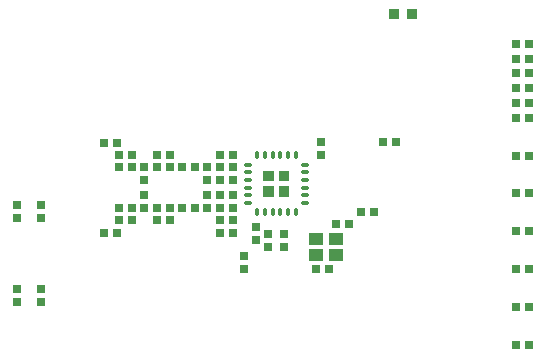
<source format=gtp>
%FSAX43Y43*%
%MOMM*%
G71*
G01*
G75*
G04 Layer_Color=8421504*
%ADD10R,0.650X0.650*%
%ADD11C,1.000*%
%ADD12R,0.650X0.650*%
%ADD13R,0.900X0.900*%
%ADD14R,1.200X1.000*%
G04:AMPARAMS|DCode=15|XSize=3.4mm|YSize=3.4mm|CornerRadius=0.085mm|HoleSize=0mm|Usage=FLASHONLY|Rotation=90.000|XOffset=0mm|YOffset=0mm|HoleType=Round|Shape=RoundedRectangle|*
%AMROUNDEDRECTD15*
21,1,3.400,3.230,0,0,90.0*
21,1,3.230,3.400,0,0,90.0*
1,1,0.170,1.615,1.615*
1,1,0.170,1.615,-1.615*
1,1,0.170,-1.615,-1.615*
1,1,0.170,-1.615,1.615*
%
%ADD15ROUNDEDRECTD15*%
%ADD16O,0.800X0.350*%
%ADD17O,0.350X0.800*%
%ADD18C,0.200*%
%ADD19C,0.400*%
%ADD20C,0.254*%
%ADD21C,0.800*%
%ADD22C,1.000*%
%ADD23C,0.350*%
%ADD24C,0.650*%
%ADD25C,0.500*%
%ADD26C,1.100*%
%ADD27C,1.600*%
%ADD28C,1.500*%
%ADD29C,2.500*%
%ADD30R,1.500X1.500*%
%ADD31C,0.500*%
%ADD32C,0.100*%
%ADD33C,0.025*%
%ADD34C,0.150*%
%ADD35C,0.120*%
G36*
X0075900Y0091220D02*
X0075000D01*
Y0092120D01*
X0075900D01*
Y0091220D01*
D02*
G37*
G36*
X0074600D02*
X0073700D01*
Y0092120D01*
X0074600D01*
Y0091220D01*
D02*
G37*
G36*
X0075900Y0092520D02*
X0075000D01*
Y0093420D01*
X0075900D01*
Y0092520D01*
D02*
G37*
G36*
X0074600D02*
X0073700D01*
Y0093420D01*
X0074600D01*
Y0092520D01*
D02*
G37*
D10*
X0072080Y0086180D02*
D03*
Y0085080D02*
D03*
X0073050Y0088630D02*
D03*
Y0087530D02*
D03*
X0052820Y0082290D02*
D03*
Y0083390D02*
D03*
X0054840Y0089420D02*
D03*
Y0090520D02*
D03*
X0063600Y0093700D02*
D03*
Y0092600D02*
D03*
X0068960Y0090280D02*
D03*
Y0091380D02*
D03*
X0063600Y0090280D02*
D03*
Y0091380D02*
D03*
X0078530Y0095820D02*
D03*
Y0094720D02*
D03*
X0068960Y0093700D02*
D03*
Y0092600D02*
D03*
X0074100Y0086930D02*
D03*
Y0088030D02*
D03*
X0075400D02*
D03*
Y0086930D02*
D03*
X0052840Y0090520D02*
D03*
Y0089420D02*
D03*
X0054840Y0082290D02*
D03*
Y0083390D02*
D03*
D12*
X0079850Y0088880D02*
D03*
X0080950D02*
D03*
X0071110Y0088160D02*
D03*
X0070010D02*
D03*
X0096200Y0078700D02*
D03*
X0095100D02*
D03*
Y0099160D02*
D03*
X0096200D02*
D03*
X0070010Y0094760D02*
D03*
X0071110D02*
D03*
X0061450Y0090280D02*
D03*
X0062550D02*
D03*
X0061450Y0089220D02*
D03*
X0062550D02*
D03*
X0095100Y0097910D02*
D03*
X0096200D02*
D03*
X0095100Y0085100D02*
D03*
Y0088300D02*
D03*
Y0091500D02*
D03*
Y0094700D02*
D03*
X0096200Y0100410D02*
D03*
X0071110Y0091340D02*
D03*
X0070010D02*
D03*
X0071110Y0092640D02*
D03*
X0070010D02*
D03*
Y0089220D02*
D03*
X0071110D02*
D03*
Y0093700D02*
D03*
X0070010D02*
D03*
X0071110Y0090280D02*
D03*
X0070010D02*
D03*
X0064650Y0089220D02*
D03*
X0065750D02*
D03*
X0064650Y0090280D02*
D03*
X0065750D02*
D03*
Y0093700D02*
D03*
X0064650D02*
D03*
X0066810Y0090280D02*
D03*
X0067910D02*
D03*
X0062550Y0093700D02*
D03*
X0061450D02*
D03*
X0095100Y0100410D02*
D03*
X0096200Y0094700D02*
D03*
Y0091500D02*
D03*
Y0088300D02*
D03*
Y0085100D02*
D03*
X0095100Y0102910D02*
D03*
X0096200D02*
D03*
X0095100Y0104160D02*
D03*
X0096200D02*
D03*
X0064650Y0094760D02*
D03*
X0065750D02*
D03*
X0067910Y0093700D02*
D03*
X0066810D02*
D03*
X0083090Y0089920D02*
D03*
X0081990D02*
D03*
X0079250Y0085080D02*
D03*
X0078150D02*
D03*
X0060240Y0095810D02*
D03*
X0061340D02*
D03*
Y0088170D02*
D03*
X0060240D02*
D03*
X0084950Y0095900D02*
D03*
X0083850D02*
D03*
X0061450Y0094760D02*
D03*
X0062550D02*
D03*
X0095100Y0101660D02*
D03*
X0096200D02*
D03*
X0095100Y0081900D02*
D03*
X0096200D02*
D03*
D13*
X0086280Y0106700D02*
D03*
X0084780D02*
D03*
D14*
X0079850Y0086330D02*
D03*
Y0087630D02*
D03*
X0078150Y0086330D02*
D03*
Y0087630D02*
D03*
D16*
X0072400Y0090695D02*
D03*
Y0091345D02*
D03*
Y0091995D02*
D03*
Y0092645D02*
D03*
Y0093295D02*
D03*
Y0093945D02*
D03*
X0077200D02*
D03*
Y0093295D02*
D03*
Y0092645D02*
D03*
Y0091995D02*
D03*
Y0091345D02*
D03*
Y0090695D02*
D03*
D17*
X0073175Y0094720D02*
D03*
X0073825D02*
D03*
X0074475D02*
D03*
X0075125D02*
D03*
X0075775D02*
D03*
X0076425D02*
D03*
Y0089920D02*
D03*
X0075775D02*
D03*
X0075125D02*
D03*
X0074475D02*
D03*
X0073825D02*
D03*
X0073175D02*
D03*
M02*

</source>
